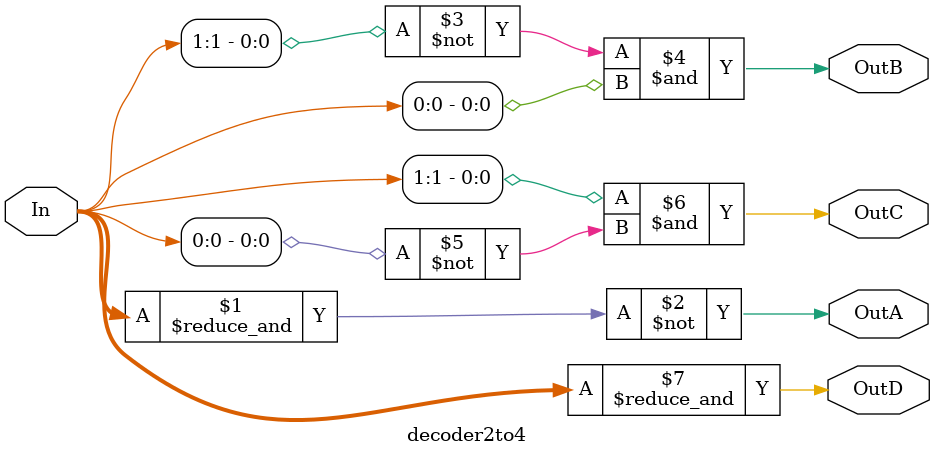
<source format=v>

module decoder2to4(In, OutA, OutB, OutC, OutD);
    input [1:0] In;
    output OutA, OutB, OutC, OutD;

    assign OutA = ~(&In);
    assign OutB = ~In[1] & In[0];
    assign OutC = In[1] & ~In[0];
    assign OutD = &In;
endmodule

</source>
